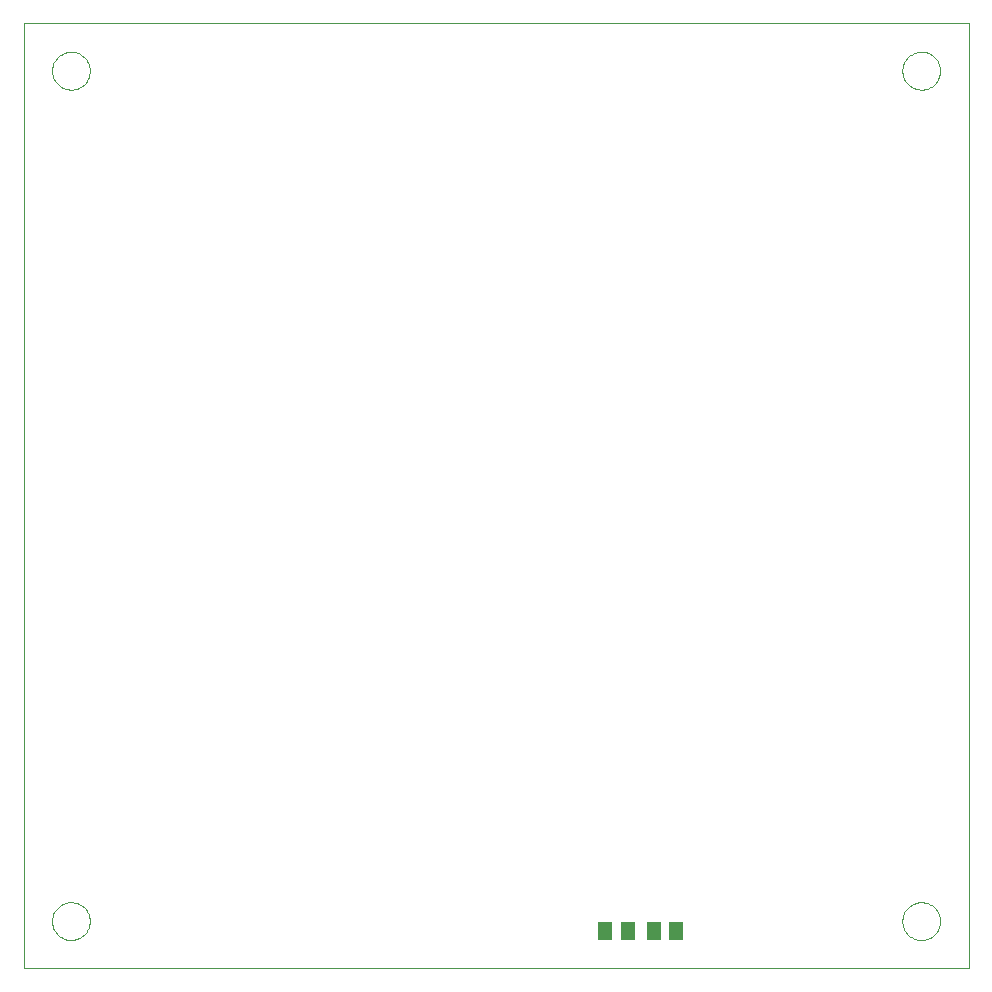
<source format=gtp>
G75*
G70*
%OFA0B0*%
%FSLAX24Y24*%
%IPPOS*%
%LPD*%
%AMOC8*
5,1,8,0,0,1.08239X$1,22.5*
%
%ADD10C,0.0000*%
%ADD11R,0.0512X0.0591*%
D10*
X001723Y000125D02*
X001723Y031621D01*
X033219Y031621D01*
X033219Y000125D01*
X001723Y000125D01*
X002668Y001700D02*
X002670Y001750D01*
X002676Y001800D01*
X002686Y001849D01*
X002700Y001897D01*
X002717Y001944D01*
X002738Y001989D01*
X002763Y002033D01*
X002791Y002074D01*
X002823Y002113D01*
X002857Y002150D01*
X002894Y002184D01*
X002934Y002214D01*
X002976Y002241D01*
X003020Y002265D01*
X003066Y002286D01*
X003113Y002302D01*
X003161Y002315D01*
X003211Y002324D01*
X003260Y002329D01*
X003311Y002330D01*
X003361Y002327D01*
X003410Y002320D01*
X003459Y002309D01*
X003507Y002294D01*
X003553Y002276D01*
X003598Y002254D01*
X003641Y002228D01*
X003682Y002199D01*
X003721Y002167D01*
X003757Y002132D01*
X003789Y002094D01*
X003819Y002054D01*
X003846Y002011D01*
X003869Y001967D01*
X003888Y001921D01*
X003904Y001873D01*
X003916Y001824D01*
X003924Y001775D01*
X003928Y001725D01*
X003928Y001675D01*
X003924Y001625D01*
X003916Y001576D01*
X003904Y001527D01*
X003888Y001479D01*
X003869Y001433D01*
X003846Y001389D01*
X003819Y001346D01*
X003789Y001306D01*
X003757Y001268D01*
X003721Y001233D01*
X003682Y001201D01*
X003641Y001172D01*
X003598Y001146D01*
X003553Y001124D01*
X003507Y001106D01*
X003459Y001091D01*
X003410Y001080D01*
X003361Y001073D01*
X003311Y001070D01*
X003260Y001071D01*
X003211Y001076D01*
X003161Y001085D01*
X003113Y001098D01*
X003066Y001114D01*
X003020Y001135D01*
X002976Y001159D01*
X002934Y001186D01*
X002894Y001216D01*
X002857Y001250D01*
X002823Y001287D01*
X002791Y001326D01*
X002763Y001367D01*
X002738Y001411D01*
X002717Y001456D01*
X002700Y001503D01*
X002686Y001551D01*
X002676Y001600D01*
X002670Y001650D01*
X002668Y001700D01*
X031014Y001700D02*
X031016Y001750D01*
X031022Y001800D01*
X031032Y001849D01*
X031046Y001897D01*
X031063Y001944D01*
X031084Y001989D01*
X031109Y002033D01*
X031137Y002074D01*
X031169Y002113D01*
X031203Y002150D01*
X031240Y002184D01*
X031280Y002214D01*
X031322Y002241D01*
X031366Y002265D01*
X031412Y002286D01*
X031459Y002302D01*
X031507Y002315D01*
X031557Y002324D01*
X031606Y002329D01*
X031657Y002330D01*
X031707Y002327D01*
X031756Y002320D01*
X031805Y002309D01*
X031853Y002294D01*
X031899Y002276D01*
X031944Y002254D01*
X031987Y002228D01*
X032028Y002199D01*
X032067Y002167D01*
X032103Y002132D01*
X032135Y002094D01*
X032165Y002054D01*
X032192Y002011D01*
X032215Y001967D01*
X032234Y001921D01*
X032250Y001873D01*
X032262Y001824D01*
X032270Y001775D01*
X032274Y001725D01*
X032274Y001675D01*
X032270Y001625D01*
X032262Y001576D01*
X032250Y001527D01*
X032234Y001479D01*
X032215Y001433D01*
X032192Y001389D01*
X032165Y001346D01*
X032135Y001306D01*
X032103Y001268D01*
X032067Y001233D01*
X032028Y001201D01*
X031987Y001172D01*
X031944Y001146D01*
X031899Y001124D01*
X031853Y001106D01*
X031805Y001091D01*
X031756Y001080D01*
X031707Y001073D01*
X031657Y001070D01*
X031606Y001071D01*
X031557Y001076D01*
X031507Y001085D01*
X031459Y001098D01*
X031412Y001114D01*
X031366Y001135D01*
X031322Y001159D01*
X031280Y001186D01*
X031240Y001216D01*
X031203Y001250D01*
X031169Y001287D01*
X031137Y001326D01*
X031109Y001367D01*
X031084Y001411D01*
X031063Y001456D01*
X031046Y001503D01*
X031032Y001551D01*
X031022Y001600D01*
X031016Y001650D01*
X031014Y001700D01*
X031014Y030046D02*
X031016Y030096D01*
X031022Y030146D01*
X031032Y030195D01*
X031046Y030243D01*
X031063Y030290D01*
X031084Y030335D01*
X031109Y030379D01*
X031137Y030420D01*
X031169Y030459D01*
X031203Y030496D01*
X031240Y030530D01*
X031280Y030560D01*
X031322Y030587D01*
X031366Y030611D01*
X031412Y030632D01*
X031459Y030648D01*
X031507Y030661D01*
X031557Y030670D01*
X031606Y030675D01*
X031657Y030676D01*
X031707Y030673D01*
X031756Y030666D01*
X031805Y030655D01*
X031853Y030640D01*
X031899Y030622D01*
X031944Y030600D01*
X031987Y030574D01*
X032028Y030545D01*
X032067Y030513D01*
X032103Y030478D01*
X032135Y030440D01*
X032165Y030400D01*
X032192Y030357D01*
X032215Y030313D01*
X032234Y030267D01*
X032250Y030219D01*
X032262Y030170D01*
X032270Y030121D01*
X032274Y030071D01*
X032274Y030021D01*
X032270Y029971D01*
X032262Y029922D01*
X032250Y029873D01*
X032234Y029825D01*
X032215Y029779D01*
X032192Y029735D01*
X032165Y029692D01*
X032135Y029652D01*
X032103Y029614D01*
X032067Y029579D01*
X032028Y029547D01*
X031987Y029518D01*
X031944Y029492D01*
X031899Y029470D01*
X031853Y029452D01*
X031805Y029437D01*
X031756Y029426D01*
X031707Y029419D01*
X031657Y029416D01*
X031606Y029417D01*
X031557Y029422D01*
X031507Y029431D01*
X031459Y029444D01*
X031412Y029460D01*
X031366Y029481D01*
X031322Y029505D01*
X031280Y029532D01*
X031240Y029562D01*
X031203Y029596D01*
X031169Y029633D01*
X031137Y029672D01*
X031109Y029713D01*
X031084Y029757D01*
X031063Y029802D01*
X031046Y029849D01*
X031032Y029897D01*
X031022Y029946D01*
X031016Y029996D01*
X031014Y030046D01*
X002668Y030046D02*
X002670Y030096D01*
X002676Y030146D01*
X002686Y030195D01*
X002700Y030243D01*
X002717Y030290D01*
X002738Y030335D01*
X002763Y030379D01*
X002791Y030420D01*
X002823Y030459D01*
X002857Y030496D01*
X002894Y030530D01*
X002934Y030560D01*
X002976Y030587D01*
X003020Y030611D01*
X003066Y030632D01*
X003113Y030648D01*
X003161Y030661D01*
X003211Y030670D01*
X003260Y030675D01*
X003311Y030676D01*
X003361Y030673D01*
X003410Y030666D01*
X003459Y030655D01*
X003507Y030640D01*
X003553Y030622D01*
X003598Y030600D01*
X003641Y030574D01*
X003682Y030545D01*
X003721Y030513D01*
X003757Y030478D01*
X003789Y030440D01*
X003819Y030400D01*
X003846Y030357D01*
X003869Y030313D01*
X003888Y030267D01*
X003904Y030219D01*
X003916Y030170D01*
X003924Y030121D01*
X003928Y030071D01*
X003928Y030021D01*
X003924Y029971D01*
X003916Y029922D01*
X003904Y029873D01*
X003888Y029825D01*
X003869Y029779D01*
X003846Y029735D01*
X003819Y029692D01*
X003789Y029652D01*
X003757Y029614D01*
X003721Y029579D01*
X003682Y029547D01*
X003641Y029518D01*
X003598Y029492D01*
X003553Y029470D01*
X003507Y029452D01*
X003459Y029437D01*
X003410Y029426D01*
X003361Y029419D01*
X003311Y029416D01*
X003260Y029417D01*
X003211Y029422D01*
X003161Y029431D01*
X003113Y029444D01*
X003066Y029460D01*
X003020Y029481D01*
X002976Y029505D01*
X002934Y029532D01*
X002894Y029562D01*
X002857Y029596D01*
X002823Y029633D01*
X002791Y029672D01*
X002763Y029713D01*
X002738Y029757D01*
X002717Y029802D01*
X002700Y029849D01*
X002686Y029897D01*
X002676Y029946D01*
X002670Y029996D01*
X002668Y030046D01*
D11*
X021113Y001385D03*
X021861Y001385D03*
X022727Y001365D03*
X023475Y001365D03*
M02*

</source>
